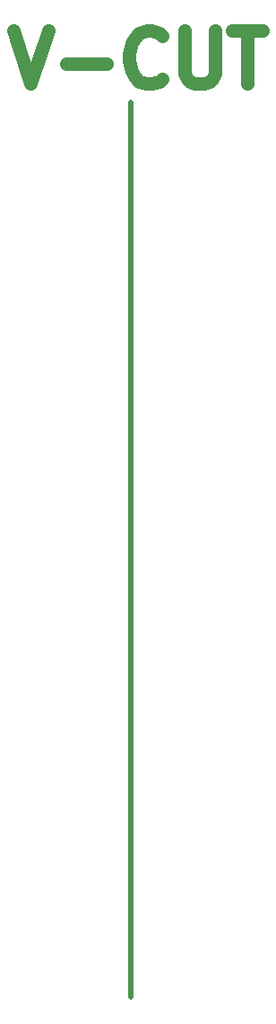
<source format=gbr>
%TF.GenerationSoftware,KiCad,Pcbnew,(6.0.8)*%
%TF.CreationDate,2022-12-14T13:01:19+09:00*%
%TF.ProjectId,audio,61756469-6f2e-46b6-9963-61645f706362,rev?*%
%TF.SameCoordinates,Original*%
%TF.FileFunction,Other,User*%
%FSLAX46Y46*%
G04 Gerber Fmt 4.6, Leading zero omitted, Abs format (unit mm)*
G04 Created by KiCad (PCBNEW (6.0.8)) date 2022-12-14 13:01:19*
%MOMM*%
%LPD*%
G01*
G04 APERTURE LIST*
%ADD10C,0.500000*%
%ADD11C,1.250000*%
G04 APERTURE END LIST*
D10*
X75500000Y5400000D02*
X75500000Y-79000000D01*
D11*
X64414285Y12138095D02*
X66080952Y7138095D01*
X67747619Y12138095D01*
X69414285Y9042857D02*
X73223809Y9042857D01*
X78461904Y7614285D02*
X78223809Y7376190D01*
X77509523Y7138095D01*
X77033333Y7138095D01*
X76319047Y7376190D01*
X75842857Y7852380D01*
X75604761Y8328571D01*
X75366666Y9280952D01*
X75366666Y9995238D01*
X75604761Y10947619D01*
X75842857Y11423809D01*
X76319047Y11900000D01*
X77033333Y12138095D01*
X77509523Y12138095D01*
X78223809Y11900000D01*
X78461904Y11661904D01*
X80604761Y12138095D02*
X80604761Y8090476D01*
X80842857Y7614285D01*
X81080952Y7376190D01*
X81557142Y7138095D01*
X82509523Y7138095D01*
X82985714Y7376190D01*
X83223809Y7614285D01*
X83461904Y8090476D01*
X83461904Y12138095D01*
X85128571Y12138095D02*
X87985714Y12138095D01*
X86557142Y7138095D02*
X86557142Y12138095D01*
M02*

</source>
